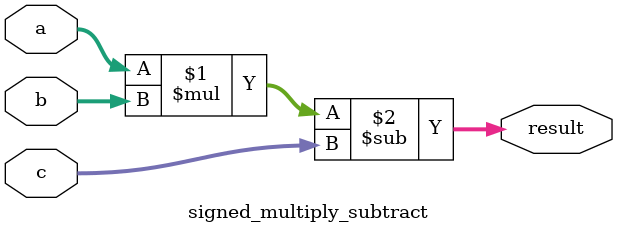
<source format=sv>
module signed_multiply_subtract (
    input signed [7:0] a,
    input signed [7:0] b,
    input signed [7:0] c,
    output signed [15:0] result
);
    assign result = (a * b) - c;  // 乘法与减法
endmodule

</source>
